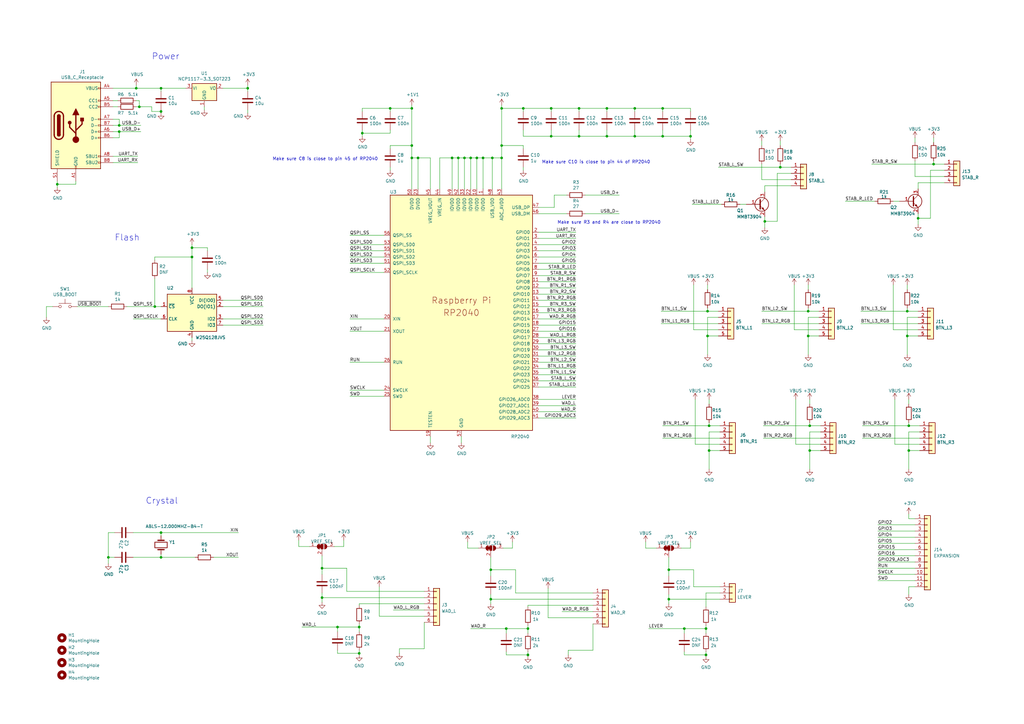
<source format=kicad_sch>
(kicad_sch (version 20211123) (generator eeschema)
  (paper "A3")
  (title_block (title "PIGEKI") (date "2023-01-29") (rev "REV1") (company "Maximus64"))
  (junction (at 289.56 257.81))
  (junction (at 66.04 228.6))
  (junction (at 160.02 44.45))
  (junction (at 48.895 51.435))
  (junction (at 290.83 184.785))
  (junction (at 132.08 233.045))
  (junction (at 382.905 67.31))
  (junction (at 289.56 268.605))
  (junction (at 320.04 68.58))
  (junction (at 248.92 44.45))
  (junction (at 207.645 257.81))
  (junction (at 331.47 127.635))
  (junction (at 132.08 245.11))
  (junction (at 248.92 55.88))
  (junction (at 372.745 184.785))
  (junction (at 216.535 257.81))
  (junction (at 78.74 105.41))
  (junction (at 216.535 268.605))
  (junction (at 185.42 64.77))
  (junction (at 63.5 125.73))
  (junction (at 78.74 101.6))
  (junction (at 48.895 53.975))
  (junction (at 66.04 45.72))
  (junction (at 226.06 44.45))
  (junction (at 237.49 55.88))
  (junction (at 205.74 59.69))
  (junction (at 332.105 184.785))
  (junction (at 313.69 90.805))
  (junction (at 274.32 245.745))
  (junction (at 260.35 44.45))
  (junction (at 226.06 55.88))
  (junction (at 290.83 174.625))
  (junction (at 187.96 64.77))
  (junction (at 101.6 36.195))
  (junction (at 290.195 127.635))
  (junction (at 138.43 257.175))
  (junction (at 147.32 257.175))
  (junction (at 237.49 44.45))
  (junction (at 376.555 89.535))
  (junction (at 198.12 64.77))
  (junction (at 283.21 55.88))
  (junction (at 372.745 174.625))
  (junction (at 23.495 75.565))
  (junction (at 331.47 137.795))
  (junction (at 168.91 59.69))
  (junction (at 147.32 267.97))
  (junction (at 205.74 64.77))
  (junction (at 66.04 36.195))
  (junction (at 168.91 64.77))
  (junction (at 193.04 64.77))
  (junction (at 57.15 43.815))
  (junction (at 66.04 218.44))
  (junction (at 372.11 137.795))
  (junction (at 205.74 44.45))
  (junction (at 55.88 36.195))
  (junction (at 168.91 44.45))
  (junction (at 260.35 55.88))
  (junction (at 271.78 55.88))
  (junction (at 214.63 44.45))
  (junction (at 201.295 233.68))
  (junction (at 195.58 64.77))
  (junction (at 201.93 64.77))
  (junction (at 372.11 127.635))
  (junction (at 274.32 233.68))
  (junction (at 148.59 54.61))
  (junction (at 201.295 245.745))
  (junction (at 171.45 64.77))
  (junction (at 190.5 64.77))
  (junction (at 271.78 44.45))
  (junction (at 280.67 257.81))
  (junction (at 290.195 137.795))
  (junction (at 332.105 174.625))
  (junction (at 44.45 228.6))
  (wire (pts (xy 205.74 44.45) (xy 205.74 59.69)))
  (wire (pts (xy 283.21 45.72) (xy 283.21 44.45)))
  (wire (pts (xy 332.105 184.785) (xy 332.105 192.405)))
  (wire (pts (xy 332.105 177.165) (xy 332.105 184.785)))
  (wire (pts (xy 360.045 215.265) (xy 375.285 215.265)))
  (wire (pts (xy 360.045 225.425) (xy 375.285 225.425)))
  (wire (pts (xy 372.745 184.785) (xy 372.745 192.405)))
  (wire (pts (xy 381.635 89.535) (xy 381.635 69.85)))
  (wire (pts (xy 66.04 45.72) (xy 66.04 46.355)))
  (wire (pts (xy 157.48 135.89) (xy 143.51 135.89)))
  (wire (pts (xy 372.11 127.635) (xy 376.555 127.635)))
  (wire (pts (xy 66.04 37.465) (xy 66.04 36.195)))
  (wire (pts (xy 237.49 44.45) (xy 248.92 44.45)))
  (wire (pts (xy 85.09 101.6) (xy 78.74 101.6)))
  (wire (pts (xy 220.98 156.21) (xy 236.22 156.21)))
  (wire (pts (xy 271.78 179.705) (xy 295.275 179.705)))
  (wire (pts (xy 123.825 257.175) (xy 138.43 257.175)))
  (wire (pts (xy 205.74 64.77) (xy 205.74 77.47)))
  (wire (pts (xy 290.83 177.165) (xy 290.83 184.785)))
  (wire (pts (xy 193.04 257.81) (xy 207.645 257.81)))
  (wire (pts (xy 190.5 64.77) (xy 193.04 64.77)))
  (wire (pts (xy 320.04 67.31) (xy 320.04 68.58)))
  (wire (pts (xy 143.51 130.81) (xy 157.48 130.81)))
  (wire (pts (xy 160.02 45.72) (xy 160.02 44.45)))
  (wire (pts (xy 176.53 77.47) (xy 176.53 64.77)))
  (wire (pts (xy 290.195 130.175) (xy 290.195 137.795)))
  (wire (pts (xy 31.115 74.295) (xy 31.115 75.565)))
  (wire (pts (xy 176.53 179.07) (xy 176.53 181.61)))
  (wire (pts (xy 367.03 182.245) (xy 377.19 182.245)))
  (wire (pts (xy 201.295 245.745) (xy 243.205 245.745)))
  (wire (pts (xy 190.5 77.47) (xy 190.5 64.77)))
  (wire (pts (xy 201.295 233.68) (xy 201.295 236.22)))
  (wire (pts (xy 220.98 168.91) (xy 236.22 168.91)))
  (wire (pts (xy 220.98 85.09) (xy 227.33 85.09)))
  (wire (pts (xy 360.045 217.805) (xy 375.285 217.805)))
  (wire (pts (xy 147.32 267.97) (xy 147.32 268.605)))
  (wire (pts (xy 227.33 80.01) (xy 232.41 80.01)))
  (wire (pts (xy 201.295 228.6) (xy 201.295 233.68)))
  (wire (pts (xy 290.83 173.355) (xy 290.83 174.625)))
  (wire (pts (xy 274.32 245.745) (xy 274.32 247.65)))
  (wire (pts (xy 168.91 44.45) (xy 168.91 59.69)))
  (wire (pts (xy 279.4 224.79) (xy 283.21 224.79)))
  (wire (pts (xy 87.63 228.6) (xy 97.79 228.6)))
  (wire (pts (xy 248.92 45.72) (xy 248.92 44.45)))
  (wire (pts (xy 155.575 252.73) (xy 173.99 252.73)))
  (wire (pts (xy 46.355 41.275) (xy 48.26 41.275)))
  (wire (pts (xy 23.495 74.295) (xy 23.495 75.565)))
  (wire (pts (xy 187.96 64.77) (xy 190.5 64.77)))
  (wire (pts (xy 290.195 126.365) (xy 290.195 127.635)))
  (wire (pts (xy 91.44 123.19) (xy 107.95 123.19)))
  (wire (pts (xy 19.05 125.73) (xy 19.05 130.175)))
  (wire (pts (xy 160.02 68.58) (xy 160.02 69.85)))
  (wire (pts (xy 91.44 36.195) (xy 101.6 36.195)))
  (wire (pts (xy 191.77 222.25) (xy 191.77 224.79)))
  (wire (pts (xy 91.44 125.73) (xy 107.95 125.73)))
  (wire (pts (xy 376.555 130.175) (xy 372.11 130.175)))
  (wire (pts (xy 207.645 257.81) (xy 216.535 257.81)))
  (wire (pts (xy 46.355 64.135) (xy 56.515 64.135)))
  (wire (pts (xy 271.78 55.88) (xy 283.21 55.88)))
  (wire (pts (xy 48.895 51.435) (xy 57.785 51.435)))
  (wire (pts (xy 326.39 163.83) (xy 326.39 182.245)))
  (wire (pts (xy 331.47 137.795) (xy 335.915 137.795)))
  (wire (pts (xy 147.32 266.7) (xy 147.32 267.97)))
  (wire (pts (xy 220.98 138.43) (xy 236.22 138.43)))
  (wire (pts (xy 57.15 41.275) (xy 57.15 43.815)))
  (wire (pts (xy 346.71 82.55) (xy 358.775 82.55)))
  (wire (pts (xy 220.98 125.73) (xy 236.22 125.73)))
  (wire (pts (xy 63.5 125.73) (xy 66.04 125.73)))
  (wire (pts (xy 138.43 257.175) (xy 147.32 257.175)))
  (wire (pts (xy 46.355 36.195) (xy 55.88 36.195)))
  (wire (pts (xy 206.375 224.79) (xy 210.185 224.79)))
  (wire (pts (xy 220.98 140.97) (xy 236.22 140.97)))
  (wire (pts (xy 160.02 54.61) (xy 160.02 53.34)))
  (wire (pts (xy 220.98 118.11) (xy 236.22 118.11)))
  (wire (pts (xy 332.105 173.355) (xy 332.105 174.625)))
  (wire (pts (xy 216.535 256.54) (xy 216.535 257.81)))
  (wire (pts (xy 85.09 110.49) (xy 85.09 111.76)))
  (wire (pts (xy 205.74 59.69) (xy 205.74 64.77)))
  (wire (pts (xy 271.145 127.635) (xy 290.195 127.635)))
  (wire (pts (xy 335.915 130.175) (xy 331.47 130.175)))
  (wire (pts (xy 180.34 64.77) (xy 185.42 64.77)))
  (wire (pts (xy 294.64 68.58) (xy 320.04 68.58)))
  (wire (pts (xy 63.5 105.41) (xy 78.74 105.41)))
  (wire (pts (xy 62.23 45.72) (xy 66.04 45.72)))
  (wire (pts (xy 274.32 233.68) (xy 274.32 236.22)))
  (wire (pts (xy 220.98 115.57) (xy 236.22 115.57)))
  (wire (pts (xy 313.69 90.805) (xy 313.69 93.345)))
  (wire (pts (xy 189.23 179.07) (xy 189.23 181.61)))
  (wire (pts (xy 284.48 135.255) (xy 294.64 135.255)))
  (wire (pts (xy 214.63 53.34) (xy 214.63 55.88)))
  (wire (pts (xy 122.555 221.615) (xy 122.555 224.155)))
  (wire (pts (xy 142.24 242.57) (xy 142.24 233.045)))
  (wire (pts (xy 248.92 53.34) (xy 248.92 55.88)))
  (wire (pts (xy 214.63 45.72) (xy 214.63 44.45)))
  (wire (pts (xy 226.06 44.45) (xy 237.49 44.45)))
  (wire (pts (xy 290.195 137.795) (xy 294.64 137.795)))
  (wire (pts (xy 214.63 44.45) (xy 226.06 44.45)))
  (wire (pts (xy 195.58 64.77) (xy 198.12 64.77)))
  (wire (pts (xy 148.59 54.61) (xy 160.02 54.61)))
  (wire (pts (xy 353.695 179.705) (xy 377.19 179.705)))
  (wire (pts (xy 157.48 96.52) (xy 143.51 96.52)))
  (wire (pts (xy 201.295 245.745) (xy 201.295 247.65)))
  (wire (pts (xy 313.69 90.805) (xy 318.77 90.805)))
  (wire (pts (xy 360.045 227.965) (xy 375.285 227.965)))
  (wire (pts (xy 366.395 82.55) (xy 368.935 82.55)))
  (wire (pts (xy 157.48 111.76) (xy 143.51 111.76)))
  (wire (pts (xy 313.69 76.2) (xy 313.69 78.74)))
  (wire (pts (xy 44.45 218.44) (xy 44.45 228.6)))
  (wire (pts (xy 157.48 160.02) (xy 143.51 160.02)))
  (wire (pts (xy 284.48 240.665) (xy 284.48 233.68)))
  (wire (pts (xy 289.56 256.54) (xy 289.56 257.81)))
  (wire (pts (xy 101.6 37.465) (xy 101.6 36.195)))
  (wire (pts (xy 320.04 57.785) (xy 320.04 59.69)))
  (wire (pts (xy 48.895 53.975) (xy 48.895 56.515)))
  (wire (pts (xy 274.32 228.6) (xy 274.32 233.68)))
  (wire (pts (xy 101.6 45.085) (xy 101.6 46.355)))
  (wire (pts (xy 220.98 95.25) (xy 236.22 95.25)))
  (wire (pts (xy 372.11 137.795) (xy 372.11 145.415)))
  (wire (pts (xy 372.11 137.795) (xy 376.555 137.795)))
  (wire (pts (xy 289.56 257.81) (xy 289.56 259.715)))
  (wire (pts (xy 216.535 268.605) (xy 216.535 269.24)))
  (wire (pts (xy 331.47 126.365) (xy 331.47 127.635)))
  (wire (pts (xy 205.74 44.45) (xy 214.63 44.45)))
  (wire (pts (xy 148.59 44.45) (xy 160.02 44.45)))
  (wire (pts (xy 240.03 80.01) (xy 254 80.01)))
  (wire (pts (xy 372.745 210.82) (xy 372.745 212.725)))
  (wire (pts (xy 357.505 67.31) (xy 382.905 67.31)))
  (wire (pts (xy 220.98 110.49) (xy 236.22 110.49)))
  (wire (pts (xy 366.395 116.84) (xy 366.395 135.255)))
  (wire (pts (xy 283.21 55.88) (xy 283.21 57.15)))
  (wire (pts (xy 132.08 245.11) (xy 132.08 247.015)))
  (wire (pts (xy 331.47 116.84) (xy 331.47 118.745)))
  (wire (pts (xy 46.355 51.435) (xy 48.895 51.435)))
  (wire (pts (xy 147.32 247.65) (xy 147.32 248.285)))
  (wire (pts (xy 138.43 267.97) (xy 138.43 266.7)))
  (wire (pts (xy 375.285 56.515) (xy 375.285 58.42)))
  (wire (pts (xy 360.045 222.885) (xy 375.285 222.885)))
  (wire (pts (xy 216.535 248.285) (xy 243.205 248.285)))
  (wire (pts (xy 233.045 266.7) (xy 233.045 268.605)))
  (wire (pts (xy 271.78 174.625) (xy 290.83 174.625)))
  (wire (pts (xy 132.08 227.965) (xy 132.08 233.045)))
  (wire (pts (xy 66.04 218.44) (xy 97.79 218.44)))
  (wire (pts (xy 220.98 133.35) (xy 236.22 133.35)))
  (wire (pts (xy 187.96 77.47) (xy 187.96 64.77)))
  (wire (pts (xy 155.575 240.665) (xy 155.575 252.73)))
  (wire (pts (xy 85.09 102.87) (xy 85.09 101.6)))
  (wire (pts (xy 224.79 241.3) (xy 224.79 253.365)))
  (wire (pts (xy 147.32 267.97) (xy 138.43 267.97)))
  (wire (pts (xy 280.67 257.81) (xy 280.67 259.715)))
  (wire (pts (xy 143.51 100.33) (xy 157.48 100.33)))
  (wire (pts (xy 284.48 116.84) (xy 284.48 135.255)))
  (wire (pts (xy 325.755 135.255) (xy 335.915 135.255)))
  (wire (pts (xy 303.53 83.82) (xy 306.07 83.82)))
  (wire (pts (xy 173.99 255.27) (xy 173.99 266.065)))
  (wire (pts (xy 312.42 67.31) (xy 312.42 73.66)))
  (wire (pts (xy 367.03 163.83) (xy 367.03 182.245)))
  (wire (pts (xy 195.58 77.47) (xy 195.58 64.77)))
  (wire (pts (xy 55.88 34.925) (xy 55.88 36.195)))
  (wire (pts (xy 54.61 218.44) (xy 66.04 218.44)))
  (wire (pts (xy 360.045 220.345) (xy 375.285 220.345)))
  (wire (pts (xy 220.98 102.87) (xy 236.22 102.87)))
  (wire (pts (xy 248.92 55.88) (xy 237.49 55.88)))
  (wire (pts (xy 220.98 113.03) (xy 236.22 113.03)))
  (wire (pts (xy 260.35 45.72) (xy 260.35 44.45)))
  (wire (pts (xy 66.04 219.71) (xy 66.04 218.44)))
  (wire (pts (xy 57.15 43.815) (xy 55.88 43.815)))
  (wire (pts (xy 148.59 54.61) (xy 148.59 55.88)))
  (wire (pts (xy 140.97 224.155) (xy 140.97 221.615)))
  (wire (pts (xy 290.83 184.785) (xy 290.83 192.405)))
  (wire (pts (xy 366.395 135.255) (xy 376.555 135.255)))
  (wire (pts (xy 332.105 184.785) (xy 336.55 184.785)))
  (wire (pts (xy 280.67 257.81) (xy 289.56 257.81)))
  (wire (pts (xy 264.795 222.25) (xy 264.795 224.79)))
  (wire (pts (xy 226.06 55.88) (xy 214.63 55.88)))
  (wire (pts (xy 193.04 64.77) (xy 195.58 64.77)))
  (wire (pts (xy 376.555 74.93) (xy 387.35 74.93)))
  (wire (pts (xy 290.83 184.785) (xy 295.275 184.785)))
  (wire (pts (xy 216.535 248.285) (xy 216.535 248.92)))
  (wire (pts (xy 274.32 245.745) (xy 295.275 245.745)))
  (wire (pts (xy 220.98 105.41) (xy 236.22 105.41)))
  (wire (pts (xy 285.115 182.245) (xy 295.275 182.245)))
  (wire (pts (xy 230.505 250.825) (xy 243.205 250.825)))
  (wire (pts (xy 289.56 268.605) (xy 280.67 268.605)))
  (wire (pts (xy 168.91 43.18) (xy 168.91 44.45)))
  (wire (pts (xy 157.48 162.56) (xy 143.51 162.56)))
  (wire (pts (xy 46.99 228.6) (xy 44.45 228.6)))
  (wire (pts (xy 48.895 48.895) (xy 48.895 51.435)))
  (wire (pts (xy 325.755 116.84) (xy 325.755 135.255)))
  (wire (pts (xy 372.11 126.365) (xy 372.11 127.635)))
  (wire (pts (xy 185.42 64.77) (xy 187.96 64.77)))
  (wire (pts (xy 78.74 101.6) (xy 78.74 105.41)))
  (wire (pts (xy 21.59 125.73) (xy 19.05 125.73)))
  (wire (pts (xy 220.98 130.81) (xy 236.22 130.81)))
  (wire (pts (xy 377.19 177.165) (xy 372.745 177.165)))
  (wire (pts (xy 210.185 224.79) (xy 210.185 222.25)))
  (wire (pts (xy 224.79 253.365) (xy 243.205 253.365)))
  (wire (pts (xy 143.51 105.41) (xy 157.48 105.41)))
  (wire (pts (xy 332.105 174.625) (xy 336.55 174.625)))
  (wire (pts (xy 353.695 174.625) (xy 372.745 174.625)))
  (wire (pts (xy 283.845 83.82) (xy 295.91 83.82)))
  (wire (pts (xy 220.98 120.65) (xy 236.22 120.65)))
  (wire (pts (xy 122.555 224.155) (xy 127 224.155)))
  (wire (pts (xy 360.045 230.505) (xy 375.285 230.505)))
  (wire (pts (xy 137.16 224.155) (xy 140.97 224.155)))
  (wire (pts (xy 214.63 60.96) (xy 214.63 59.69)))
  (wire (pts (xy 375.285 212.725) (xy 372.745 212.725)))
  (wire (pts (xy 372.745 173.355) (xy 372.745 174.625)))
  (wire (pts (xy 376.555 89.535) (xy 376.555 92.075)))
  (wire (pts (xy 237.49 45.72) (xy 237.49 44.45)))
  (wire (pts (xy 290.195 116.84) (xy 290.195 118.745)))
  (wire (pts (xy 382.905 56.515) (xy 382.905 58.42)))
  (wire (pts (xy 220.98 171.45) (xy 236.22 171.45)))
  (wire (pts (xy 220.98 87.63) (xy 232.41 87.63)))
  (wire (pts (xy 360.045 235.585) (xy 375.285 235.585)))
  (wire (pts (xy 243.205 255.905) (xy 243.205 266.7)))
  (wire (pts (xy 142.24 242.57) (xy 173.99 242.57)))
  (wire (pts (xy 382.905 67.31) (xy 387.35 67.31)))
  (wire (pts (xy 220.98 166.37) (xy 236.22 166.37)))
  (wire (pts (xy 220.98 151.13) (xy 236.22 151.13)))
  (wire (pts (xy 201.295 243.84) (xy 201.295 245.745)))
  (wire (pts (xy 289.56 243.205) (xy 289.56 248.92)))
  (wire (pts (xy 375.285 72.39) (xy 387.35 72.39)))
  (wire (pts (xy 205.74 43.18) (xy 205.74 44.45)))
  (wire (pts (xy 46.99 218.44) (xy 44.45 218.44)))
  (wire (pts (xy 313.055 174.625) (xy 332.105 174.625)))
  (wire (pts (xy 360.045 233.045) (xy 375.285 233.045)))
  (wire (pts (xy 157.48 148.59) (xy 143.51 148.59)))
  (wire (pts (xy 289.56 267.335) (xy 289.56 268.605)))
  (wire (pts (xy 48.895 53.975) (xy 57.785 53.975)))
  (wire (pts (xy 290.83 174.625) (xy 295.275 174.625)))
  (wire (pts (xy 211.455 243.205) (xy 211.455 233.68)))
  (wire (pts (xy 248.92 44.45) (xy 260.35 44.45)))
  (wire (pts (xy 147.32 247.65) (xy 173.99 247.65)))
  (wire (pts (xy 372.11 116.84) (xy 372.11 118.745)))
  (wire (pts (xy 220.98 128.27) (xy 236.22 128.27)))
  (wire (pts (xy 44.45 228.6) (xy 44.45 231.14)))
  (wire (pts (xy 312.42 132.715) (xy 335.915 132.715)))
  (wire (pts (xy 216.535 268.605) (xy 207.645 268.605)))
  (wire (pts (xy 260.35 55.88) (xy 248.92 55.88)))
  (wire (pts (xy 78.74 100.33) (xy 78.74 101.6)))
  (wire (pts (xy 294.64 130.175) (xy 290.195 130.175)))
  (wire (pts (xy 160.02 59.69) (xy 168.91 59.69)))
  (wire (pts (xy 313.69 76.2) (xy 324.485 76.2)))
  (wire (pts (xy 290.195 137.795) (xy 290.195 145.415)))
  (wire (pts (xy 160.02 60.96) (xy 160.02 59.69)))
  (wire (pts (xy 375.285 240.665) (xy 372.745 240.665)))
  (wire (pts (xy 266.065 257.81) (xy 280.67 257.81)))
  (wire (pts (xy 83.82 43.815) (xy 83.82 45.085)))
  (wire (pts (xy 147.32 255.905) (xy 147.32 257.175)))
  (wire (pts (xy 326.39 182.245) (xy 336.55 182.245)))
  (wire (pts (xy 280.67 268.605) (xy 280.67 267.335)))
  (wire (pts (xy 148.59 45.72) (xy 148.59 44.45)))
  (wire (pts (xy 216.535 257.81) (xy 216.535 259.715)))
  (wire (pts (xy 143.51 107.95) (xy 157.48 107.95)))
  (wire (pts (xy 274.32 243.84) (xy 274.32 245.745)))
  (wire (pts (xy 216.535 267.335) (xy 216.535 268.605)))
  (wire (pts (xy 173.99 266.065) (xy 163.83 266.065)))
  (wire (pts (xy 46.355 48.895) (xy 48.895 48.895)))
  (wire (pts (xy 353.06 127.635) (xy 372.11 127.635)))
  (wire (pts (xy 201.93 64.77) (xy 205.74 64.77)))
  (wire (pts (xy 198.12 64.77) (xy 198.12 77.47)))
  (wire (pts (xy 66.04 228.6) (xy 80.01 228.6)))
  (wire (pts (xy 205.74 59.69) (xy 214.63 59.69)))
  (wire (pts (xy 274.32 233.68) (xy 284.48 233.68)))
  (wire (pts (xy 295.275 240.665) (xy 284.48 240.665)))
  (wire (pts (xy 220.98 158.75) (xy 236.22 158.75)))
  (wire (pts (xy 312.42 73.66) (xy 324.485 73.66)))
  (wire (pts (xy 191.77 224.79) (xy 196.215 224.79)))
  (wire (pts (xy 382.905 66.04) (xy 382.905 67.31)))
  (wire (pts (xy 78.74 138.43) (xy 78.74 139.7)))
  (wire (pts (xy 295.275 243.205) (xy 289.56 243.205)))
  (wire (pts (xy 207.645 257.81) (xy 207.645 259.715)))
  (wire (pts (xy 227.33 80.01) (xy 227.33 85.09)))
  (wire (pts (xy 132.08 245.11) (xy 173.99 245.11)))
  (wire (pts (xy 220.98 123.19) (xy 236.22 123.19)))
  (wire (pts (xy 260.35 53.34) (xy 260.35 55.88)))
  (wire (pts (xy 220.98 143.51) (xy 236.22 143.51)))
  (wire (pts (xy 331.47 137.795) (xy 331.47 145.415)))
  (wire (pts (xy 372.745 184.785) (xy 377.19 184.785)))
  (wire (pts (xy 260.35 44.45) (xy 271.78 44.45)))
  (wire (pts (xy 160.02 44.45) (xy 168.91 44.45)))
  (wire (pts (xy 313.055 179.705) (xy 336.55 179.705)))
  (wire (pts (xy 63.5 106.68) (xy 63.5 105.41)))
  (wire (pts (xy 226.06 45.72) (xy 226.06 44.45)))
  (wire (pts (xy 44.45 125.73) (xy 31.75 125.73)))
  (wire (pts (xy 198.12 64.77) (xy 201.93 64.77)))
  (wire (pts (xy 48.895 56.515) (xy 46.355 56.515)))
  (wire (pts (xy 271.78 55.88) (xy 260.35 55.88)))
  (wire (pts (xy 240.03 87.63) (xy 254 87.63)))
  (wire (pts (xy 375.285 66.04) (xy 375.285 72.39)))
  (wire (pts (xy 66.04 45.085) (xy 66.04 45.72)))
  (wire (pts (xy 290.83 163.83) (xy 290.83 165.735)))
  (wire (pts (xy 271.78 53.34) (xy 271.78 55.88)))
  (wire (pts (xy 46.355 53.975) (xy 48.895 53.975)))
  (wire (pts (xy 147.32 257.175) (xy 147.32 259.08)))
  (wire (pts (xy 220.98 148.59) (xy 236.22 148.59)))
  (wire (pts (xy 387.35 69.85) (xy 381.635 69.85)))
  (wire (pts (xy 78.74 105.41) (xy 78.74 118.11)))
  (wire (pts (xy 201.295 233.68) (xy 211.455 233.68)))
  (wire (pts (xy 318.77 90.805) (xy 318.77 71.12)))
  (wire (pts (xy 331.47 130.175) (xy 331.47 137.795)))
  (wire (pts (xy 168.91 64.77) (xy 168.91 77.47)))
  (wire (pts (xy 55.88 36.195) (xy 66.04 36.195)))
  (wire (pts (xy 52.07 125.73) (xy 63.5 125.73)))
  (wire (pts (xy 289.56 268.605) (xy 289.56 269.24)))
  (wire (pts (xy 54.61 228.6) (xy 66.04 228.6)))
  (wire (pts (xy 220.98 107.95) (xy 236.22 107.95)))
  (wire (pts (xy 220.98 146.05) (xy 236.22 146.05)))
  (wire (pts (xy 312.42 127.635) (xy 331.47 127.635)))
  (wire (pts (xy 313.69 88.9) (xy 313.69 90.805)))
  (wire (pts (xy 283.21 224.79) (xy 283.21 222.25)))
  (wire (pts (xy 176.53 64.77) (xy 171.45 64.77)))
  (wire (pts (xy 295.275 177.165) (xy 290.83 177.165)))
  (wire (pts (xy 283.21 53.34) (xy 283.21 55.88)))
  (wire (pts (xy 54.61 130.81) (xy 66.04 130.81)))
  (wire (pts (xy 185.42 77.47) (xy 185.42 64.77)))
  (wire (pts (xy 214.63 68.58) (xy 214.63 69.85)))
  (wire (pts (xy 207.645 268.605) (xy 207.645 267.335)))
  (wire (pts (xy 163.83 266.065) (xy 163.83 267.97)))
  (wire (pts (xy 46.355 66.675) (xy 56.515 66.675)))
  (wire (pts (xy 161.29 250.19) (xy 173.99 250.19)))
  (wire (pts (xy 66.04 227.33) (xy 66.04 228.6)))
  (wire (pts (xy 76.2 36.195) (xy 66.04 36.195)))
  (wire (pts (xy 324.485 71.12) (xy 318.77 71.12)))
  (wire (pts (xy 180.34 77.47) (xy 180.34 64.77)))
  (wire (pts (xy 243.205 266.7) (xy 233.045 266.7)))
  (wire (pts (xy 372.745 163.83) (xy 372.745 165.735)))
  (wire (pts (xy 168.91 59.69) (xy 168.91 64.77)))
  (wire (pts (xy 148.59 53.34) (xy 148.59 54.61)))
  (wire (pts (xy 336.55 177.165) (xy 332.105 177.165)))
  (wire (pts (xy 31.115 75.565) (xy 23.495 75.565)))
  (wire (pts (xy 91.44 133.35) (xy 107.95 133.35)))
  (wire (pts (xy 226.06 53.34) (xy 226.06 55.88)))
  (wire (pts (xy 372.11 130.175) (xy 372.11 137.795)))
  (wire (pts (xy 376.555 87.63) (xy 376.555 89.535)))
  (wire (pts (xy 376.555 74.93) (xy 376.555 77.47)))
  (wire (pts (xy 264.795 224.79) (xy 269.24 224.79)))
  (wire (pts (xy 62.23 43.815) (xy 62.23 45.72)))
  (wire (pts (xy 285.115 163.83) (xy 285.115 182.245)))
  (wire (pts (xy 320.04 68.58) (xy 324.485 68.58)))
  (wire (pts (xy 132.08 233.045) (xy 132.08 235.585)))
  (wire (pts (xy 23.495 75.565) (xy 23.495 76.835)))
  (wire (pts (xy 220.98 97.79) (xy 236.22 97.79)))
  (wire (pts (xy 271.78 44.45) (xy 283.21 44.45)))
  (wire (pts (xy 220.98 135.89) (xy 236.22 135.89)))
  (wire (pts (xy 353.06 132.715) (xy 376.555 132.715)))
  (wire (pts (xy 201.93 77.47) (xy 201.93 64.77)))
  (wire (pts (xy 360.045 238.125) (xy 375.285 238.125)))
  (wire (pts (xy 171.45 77.47) (xy 171.45 64.77)))
  (wire (pts (xy 220.98 153.67) (xy 236.22 153.67)))
  (wire (pts (xy 193.04 77.47) (xy 193.04 64.77)))
  (wire (pts (xy 372.745 174.625) (xy 377.19 174.625)))
  (wire (pts (xy 220.98 100.33) (xy 236.22 100.33)))
  (wire (pts (xy 46.355 43.815) (xy 48.26 43.815)))
  (wire (pts (xy 290.195 127.635) (xy 294.64 127.635)))
  (wire (pts (xy 376.555 89.535) (xy 381.635 89.535)))
  (wire (pts (xy 132.08 233.045) (xy 142.24 233.045)))
  (wire (pts (xy 63.5 114.3) (xy 63.5 125.73)))
  (wire (pts (xy 372.745 240.665) (xy 372.745 243.84)))
  (wire (pts (xy 57.15 43.815) (xy 62.23 43.815)))
  (wire (pts (xy 132.08 243.205) (xy 132.08 245.11)))
  (wire (pts (xy 171.45 64.77) (xy 168.91 64.77)))
  (wire (pts (xy 237.49 53.34) (xy 237.49 55.88)))
  (wire (pts (xy 91.44 130.81) (xy 107.95 130.81)))
  (wire (pts (xy 143.51 102.87) (xy 157.48 102.87)))
  (wire (pts (xy 101.6 36.195) (xy 101.6 34.925)))
  (wire (pts (xy 138.43 257.175) (xy 138.43 259.08)))
  (wire (pts (xy 237.49 55.88) (xy 226.06 55.88)))
  (wire (pts (xy 211.455 243.205) (xy 243.205 243.205)))
  (wire (pts (xy 271.145 132.715) (xy 294.64 132.715)))
  (wire (pts (xy 312.42 57.785) (xy 312.42 59.69)))
  (wire (pts (xy 331.47 127.635) (xy 335.915 127.635)))
  (wire (pts (xy 55.88 41.275) (xy 57.15 41.275)))
  (wire (pts (xy 372.745 177.165) (xy 372.745 184.785)))
  (wire (pts (xy 220.98 163.83) (xy 236.22 163.83)))
  (wire (pts (xy 332.105 163.83) (xy 332.105 165.735)))
  (wire (pts (xy 271.78 45.72) (xy 271.78 44.45)))
  (text "Power" (at 62.23 24.765 0) (effects (font (size 2.54 2.54)) (justify left bottom)))
  (text "Flash" (at 46.99 99.06 0) (effects (font (size 2.54 2.54)) (justify left bottom)))
  (text "Make sure C10 is close to pin 44 of RP2040" (at 222.25 67.31 0) (effects (font (size 1.27 1.27)) (justify left bottom)))
  (text "Crystal" (at 59.69 207.01 0) (effects (font (size 2.54 2.54)) (justify left bottom)))
  (text "Make sure C8 is close to pin 45 of RP2040" (at 111.76 66.04 0) (effects (font (size 1.27 1.27)) (justify left bottom)))
  (text "Make sure R3 and R4 are close to RP2040" (at 228.6 92.075 0) (effects (font (size 1.27 1.27)) (justify left bottom)))
  (label "WAD_L_RGB" (at 161.29 250.19 0))
  (label "GPIO5" (at 360.045 222.885 0))
  (label "GPIO3" (at 360.045 217.805 0))
  (label "QSPI_SD1" (at 143.51 102.87 0))
  (label "XOUT" (at 143.51 135.89 0))
  (label "GPIO4" (at 360.045 220.345 0))
  (label "STAB_L_SW" (at 236.22 156.21 180))
  (label "STAB_R_SW" (at 357.505 67.31 0))
  (label "QSPI_SCLK" (at 54.61 130.81 0))
  (label "QSPI_SD2" (at 107.95 130.81 180))
  (label "QSPI_SS" (at 143.51 96.52 0))
  (label "BTN_R3_RGB" (at 236.22 128.27 180))
  (label "BTN_L1_SW" (at 271.145 127.635 0))
  (label "STAB_R_LED" (at 236.22 110.49 180))
  (label "GPIO3" (at 236.22 102.87 180))
  (label "LEVER" (at 266.065 257.81 0))
  (label "GPIO15" (at 236.22 133.35 180))
  (label "BTN_L1_SW" (at 236.22 153.67 180))
  (label "GPIO2" (at 236.22 100.33 180))
  (label "BTN_R3_SW" (at 236.22 125.73 180))
  (label "SWD" (at 360.045 238.125 0))
  (label "USB_D+" (at 254 80.01 180))
  (label "WAD_L" (at 123.825 257.175 0))
  (label "USB_D-" (at 57.785 51.435 180))
  (label "GPIO29_ADC3" (at 360.045 230.505 0))
  (label "GPIO16" (at 360.045 227.965 0))
  (label "BTN_R2_RGB" (at 313.055 179.705 0))
  (label "STAB_L_LED" (at 236.22 158.75 180))
  (label "QSPI_SD3" (at 107.95 133.35 180))
  (label "GPIO4" (at 236.22 105.41 180))
  (label "XOUT" (at 97.79 228.6 180))
  (label "XIN" (at 143.51 130.81 0))
  (label "BTN_R1_RGB" (at 236.22 115.57 180))
  (label "BTN_L1_RGB" (at 271.145 132.715 0))
  (label "QSPI_SD3" (at 143.51 107.95 0))
  (label "STAB_R_SW" (at 236.22 113.03 180))
  (label "UART_TX" (at 56.515 64.135 180))
  (label "BTN_L2_SW" (at 236.22 148.59 180))
  (label "BTN_L1_RGB" (at 236.22 151.13 180))
  (label "GPIO16" (at 236.22 135.89 180))
  (label "USB_D+" (at 57.785 53.975 180))
  (label "QSPI_SD0" (at 143.51 100.33 0))
  (label "BTN_R2_SW" (at 236.22 120.65 180))
  (label "LEVER" (at 236.22 163.83 180))
  (label "GPIO5" (at 236.22 107.95 180))
  (label "WAD_R_RGB" (at 230.505 250.825 0))
  (label "GPIO29_ADC3" (at 236.22 171.45 180))
  (label "STAB_L_SW" (at 294.64 68.58 0))
  (label "BTN_R2_RGB" (at 236.22 123.19 180))
  (label "~{USB_BOOT}" (at 31.75 125.73 0))
  (label "SWCLK" (at 360.045 235.585 0))
  (label "WAD_R_RGB" (at 236.22 130.81 180))
  (label "RUN" (at 360.045 233.045 0))
  (label "BTN_R1_SW" (at 236.22 118.11 180))
  (label "XIN" (at 97.79 218.44 180))
  (label "BTN_L2_RGB" (at 236.22 146.05 180))
  (label "QSPI_SD2" (at 143.51 105.41 0))
  (label "BTN_L3_RGB" (at 236.22 140.97 180))
  (label "BTN_L2_SW" (at 312.42 127.635 0))
  (label "BTN_L3_SW" (at 353.06 127.635 0))
  (label "BTN_L2_RGB" (at 312.42 132.715 0))
  (label "UART_RX" (at 56.515 66.675 180))
  (label "BTN_R2_SW" (at 313.055 174.625 0))
  (label "WAD_R" (at 236.22 168.91 180))
  (label "GPIO2" (at 360.045 215.265 0))
  (label "BTN_L3_SW" (at 236.22 143.51 180))
  (label "UART_RX" (at 236.22 97.79 180))
  (label "QSPI_SD1" (at 107.95 125.73 180))
  (label "QSPI_SCLK" (at 143.51 111.76 0))
  (label "SWD" (at 143.51 162.56 0))
  (label "QSPI_SS" (at 54.61 125.73 0))
  (label "GPIO15" (at 360.045 225.425 0))
  (label "BTN_R1_SW" (at 271.78 174.625 0))
  (label "BTN_R1_RGB" (at 271.78 179.705 0))
  (label "BTN_L3_RGB" (at 353.06 132.715 0))
  (label "STAB_R_LED" (at 346.71 82.55 0))
  (label "USB_D-" (at 254 87.63 180))
  (label "BTN_R3_RGB" (at 353.695 179.705 0))
  (label "WAD_L_RGB" (at 236.22 138.43 180))
  (label "STAB_L_LED" (at 283.845 83.82 0))
  (label "BTN_R3_SW" (at 353.695 174.625 0))
  (label "QSPI_SD0" (at 107.95 123.19 180))
  (label "UART_TX" (at 236.22 95.25 180))
  (label "RUN" (at 143.51 148.59 0))
  (label "SWCLK" (at 143.51 160.02 0))
  (label "WAD_L" (at 236.22 166.37 180))
  (label "WAD_R" (at 193.04 257.81 0))
  (symbol (lib_id "MCU_RaspberryPi_RP2040:RP2040") (at 189.23 128.27 0) (unit 1)
    (property "Reference" "U3" (at 161.29 78.74 0))
    (property "Value" "RP2040" (at 213.36 179.07 0))
    (property "Footprint" "RP2040_minimal:RP2040-QFN-56" (effects hide))
  )
  (symbol (lib_id "Device:C") (at 50.8 218.44 270) (unit 1)
    (property "Reference" "C2" (at 51.9684 221.361 0) (effects (justify left)))
    (property "Value" "27p" (at 49.657 221.361 0) (effects (justify left)))
    (property "Footprint" "Capacitor_SMD:C_0402_1005Metric" (effects hide))
  )
  (symbol (lib_id "Device:C") (at 50.8 228.6 270) (unit 1)
    (property "Reference" "C3" (at 51.9684 231.521 0) (effects (justify left)))
    (property "Value" "27p" (at 49.657 231.521 0) (effects (justify left)))
    (property "Footprint" "Capacitor_SMD:C_0402_1005Metric" (effects hide))
  )
  (symbol (lib_id "power:GND") (at 44.45 231.14 0) (unit 1)
    (property "Reference" "#PWR06" (effects hide))
    (property "Value" "GND" (at 44.577 235.5342 0))
  )
  (symbol (lib_id "Memory_Flash:W25Q128JVS") (at 78.74 128.27 0) (unit 1)
    (property "Reference" "U2" (at 69.85 118.11 0))
    (property "Value" "W25Q128JVS" (at 86.36 138.43 0))
    (property "Footprint" "Package_SO:SOIC-8_5.23x5.23mm_P1.27mm" (effects hide))
    (property "Datasheet" "http://www.winbond.com/resource-files/w25q128jv_dtr%20revc%2003272018%20plus.pdf" (effects hide))
  )
  (symbol (lib_id "power:+3V3") (at 78.74 100.33 0) (unit 1)
    (property "Reference" "#PWR07" (effects hide))
    (property "Value" "+3V3" (at 79.121 95.9358 0))
  )
  (symbol (lib_id "power:GND") (at 78.74 139.7 0) (unit 1)
    (property "Reference" "#PWR08" (effects hide))
    (property "Value" "GND" (at 74.93 140.97 0))
  )
  (symbol (lib_id "Device:R") (at 63.5 110.49 0) (unit 1)
    (property "Reference" "R2" (at 65.278 109.3216 0) (effects (justify left)))
    (property "Value" "DNF" (at 65.278 111.633 0) (effects (justify left)))
    (property "Footprint" "Capacitor_SMD:C_0402_1005Metric" (effects hide))
  )
  (symbol (lib_id "Device:R") (at 48.26 125.73 270) (unit 1)
    (property "Reference" "R1" (at 48.26 120.4722 90))
    (property "Value" "1k" (at 48.26 122.7836 90))
    (property "Footprint" "Capacitor_SMD:C_0402_1005Metric" (effects hide))
  )
  (symbol (lib_id "Device:C") (at 85.09 106.68 0) (unit 1)
    (property "Reference" "C5" (at 88.011 105.5116 0) (effects (justify left)))
    (property "Value" "100n" (at 88.011 107.823 0) (effects (justify left)))
    (property "Footprint" "Capacitor_SMD:C_0402_1005Metric" (effects hide))
  )
  (symbol (lib_id "power:GND") (at 85.09 111.76 0) (unit 1)
    (property "Reference" "#PWR011" (effects hide))
    (property "Value" "GND" (at 88.9 113.03 0))
  )
  (symbol (lib_id "power:GND") (at 189.23 181.61 0) (unit 1)
    (property "Reference" "#PWR016" (effects hide))
    (property "Value" "GND" (at 189.357 186.0042 0))
  )
  (symbol (lib_id "power:GND") (at 176.53 181.61 0) (unit 1)
    (property "Reference" "#PWR015" (effects hide))
    (property "Value" "GND" (at 176.657 186.0042 0))
  )
  (symbol (lib_id "Device:R") (at 236.22 80.01 270) (unit 1)
    (property "Reference" "R3" (at 236.22 74.7522 90))
    (property "Value" "27" (at 236.22 77.0636 90))
    (property "Footprint" "Capacitor_SMD:C_0402_1005Metric" (effects hide))
  )
  (symbol (lib_id "Device:R") (at 236.22 87.63 270) (unit 1)
    (property "Reference" "R4" (at 236.22 82.3722 90))
    (property "Value" "27" (at 236.22 84.6836 90))
    (property "Footprint" "Capacitor_SMD:C_0402_1005Metric" (effects hide))
  )
  (symbol (lib_id "power:GND") (at 23.495 76.835 0) (unit 1)
    (property "Reference" "#PWR01" (effects hide))
    (property "Value" "GND" (at 23.622 81.2292 0))
  )
  (symbol (lib_id "power:+3V3") (at 205.74 43.18 0) (unit 1)
    (property "Reference" "#PWR017" (effects hide))
    (property "Value" "+3V3" (at 206.121 38.7858 0))
  )
  (symbol (lib_id "power:+1V1") (at 168.91 43.18 0) (unit 1)
    (property "Reference" "#PWR014" (effects hide))
    (property "Value" "+1V1" (at 169.291 38.7858 0))
  )
  (symbol (lib_id "Device:C") (at 214.63 49.53 0) (unit 1)
    (property "Reference" "C9" (at 217.551 48.3616 0) (effects (justify left)))
    (property "Value" "100n" (at 217.551 50.673 0) (effects (justify left)))
    (property "Footprint" "Capacitor_SMD:C_0402_1005Metric" (effects hide))
  )
  (symbol (lib_id "Device:C") (at 226.06 49.53 0) (unit 1)
    (property "Reference" "C11" (at 228.981 48.3616 0) (effects (justify left)))
    (property "Value" "100n" (at 228.981 50.673 0) (effects (justify left)))
    (property "Footprint" "Capacitor_SMD:C_0402_1005Metric" (effects hide))
  )
  (symbol (lib_id "Device:C") (at 237.49 49.53 0) (unit 1)
    (property "Reference" "C12" (at 240.411 48.3616 0) (effects (justify left)))
    (property "Value" "100n" (at 240.411 50.673 0) (effects (justify left)))
    (property "Footprint" "Capacitor_SMD:C_0402_1005Metric" (effects hide))
  )
  (symbol (lib_id "Device:C") (at 248.92 49.53 0) (unit 1)
    (property "Reference" "C13" (at 251.841 48.3616 0) (effects (justify left)))
    (property "Value" "100n" (at 251.841 50.673 0) (effects (justify left)))
    (property "Footprint" "Capacitor_SMD:C_0402_1005Metric" (effects hide))
  )
  (symbol (lib_id "Device:C") (at 260.35 49.53 0) (unit 1)
    (property "Reference" "C14" (at 263.271 48.3616 0) (effects (justify left)))
    (property "Value" "100n" (at 263.271 50.673 0) (effects (justify left)))
    (property "Footprint" "Capacitor_SMD:C_0402_1005Metric" (effects hide))
  )
  (symbol (lib_id "Device:C") (at 271.78 49.53 0) (unit 1)
    (property "Reference" "C15" (at 274.701 48.3616 0) (effects (justify left)))
    (property "Value" "100n" (at 274.701 50.673 0) (effects (justify left)))
    (property "Footprint" "Capacitor_SMD:C_0402_1005Metric" (effects hide))
  )
  (symbol (lib_id "Device:C") (at 283.21 49.53 0) (unit 1)
    (property "Reference" "C16" (at 286.131 48.3616 0) (effects (justify left)))
    (property "Value" "100n" (at 286.131 50.673 0) (effects (justify left)))
    (property "Footprint" "Capacitor_SMD:C_0402_1005Metric" (effects hide))
  )
  (symbol (lib_id "Device:C") (at 148.59 49.53 0) (unit 1)
    (property "Reference" "C6" (at 151.511 48.3616 0) (effects (justify left)))
    (property "Value" "100n" (at 151.511 50.673 0) (effects (justify left)))
    (property "Footprint" "Capacitor_SMD:C_0402_1005Metric" (effects hide))
  )
  (symbol (lib_id "Device:C") (at 160.02 49.53 0) (unit 1)
    (property "Reference" "C7" (at 162.941 48.3616 0) (effects (justify left)))
    (property "Value" "100n" (at 162.941 50.673 0) (effects (justify left)))
    (property "Footprint" "Capacitor_SMD:C_0402_1005Metric" (effects hide))
  )
  (symbol (lib_id "Device:C") (at 160.02 64.77 0) (unit 1)
    (property "Reference" "C8" (at 162.941 63.6016 0) (effects (justify left)))
    (property "Value" "1u" (at 162.941 65.913 0) (effects (justify left)))
    (property "Footprint" "Capacitor_SMD:C_0402_1005Metric" (effects hide))
  )
  (symbol (lib_id "Device:C") (at 214.63 64.77 0) (unit 1)
    (property "Reference" "C10" (at 217.551 63.6016 0) (effects (justify left)))
    (property "Value" "1u" (at 217.551 65.913 0) (effects (justify left)))
    (property "Footprint" "Capacitor_SMD:C_0402_1005Metric" (effects hide))
  )
  (symbol (lib_id "Mechanical:MountingHole") (at 25.4 261.62 0) (unit 1)
    (property "Reference" "H1" (at 27.94 260.4516 0) (effects (justify left)))
    (property "Value" "MountingHole" (at 27.94 262.763 0) (effects (justify left)))
    (property "Footprint" "MountingHole:MountingHole_2.7mm_M2.5" (effects hide))
  )
  (symbol (lib_id "Mechanical:MountingHole") (at 25.4 266.7 0) (unit 1)
    (property "Reference" "H2" (at 27.94 265.5316 0) (effects (justify left)))
    (property "Value" "MountingHole" (at 27.94 267.843 0) (effects (justify left)))
    (property "Footprint" "MountingHole:MountingHole_2.7mm_M2.5" (effects hide))
  )
  (symbol (lib_id "Mechanical:MountingHole") (at 25.4 271.78 0) (unit 1)
    (property "Reference" "H3" (at 27.94 270.6116 0) (effects (justify left)))
    (property "Value" "MountingHole" (at 27.94 272.923 0) (effects (justify left)))
    (property "Footprint" "MountingHole:MountingHole_2.7mm_M2.5" (effects hide))
  )
  (symbol (lib_id "Mechanical:MountingHole") (at 25.4 276.86 0) (unit 1)
    (property "Reference" "H4" (at 27.94 275.6916 0) (effects (justify left)))
    (property "Value" "MountingHole" (at 27.94 278.003 0) (effects (justify left)))
    (property "Footprint" "MountingHole:MountingHole_2.7mm_M2.5" (effects hide))
  )
  (symbol (lib_id "power:GND") (at 283.21 57.15 0) (unit 1)
    (property "Reference" "#PWR023" (effects hide))
    (property "Value" "GND" (at 283.337 61.5442 0))
  )
  (symbol (lib_id "power:GND") (at 148.59 55.88 0) (unit 1)
    (property "Reference" "#PWR012" (effects hide))
    (property "Value" "GND" (at 148.717 60.2742 0))
  )
  (symbol (lib_id "power:GND") (at 160.02 69.85 0) (unit 1)
    (property "Reference" "#PWR013" (effects hide))
    (property "Value" "GND" (at 160.147 74.2442 0))
  )
  (symbol (lib_id "power:GND") (at 214.63 69.85 0) (unit 1)
    (property "Reference" "#PWR018" (effects hide))
    (property "Value" "GND" (at 214.757 74.2442 0))
  )
  (symbol (lib_id "Regulator_Linear:NCP1117-3.3_SOT223") (at 83.82 36.195 0) (unit 1)
    (property "Reference" "U1" (at 83.82 30.0482 0))
    (property "Value" "NCP1117-3.3_SOT223" (at 83.82 32.3596 0))
    (property "Footprint" "Package_TO_SOT_SMD:SOT-223-3_TabPin2" (effects hide))
    (property "Datasheet" "http://www.onsemi.com/pub_link/Collateral/NCP1117-D.PDF" (effects hide))
  )
  (symbol (lib_id "power:VBUS") (at 55.88 34.925 0) (unit 1)
    (property "Reference" "#PWR03" (effects hide))
    (property "Value" "VBUS" (at 56.261 30.5308 0))
  )
  (symbol (lib_id "power:GND") (at 83.82 45.085 0) (unit 1)
    (property "Reference" "#PWR05" (effects hide))
    (property "Value" "GND" (at 80.01 46.355 0))
  )
  (symbol (lib_id "power:+3V3") (at 101.6 34.925 0) (unit 1)
    (property "Reference" "#PWR09" (effects hide))
    (property "Value" "+3V3" (at 101.981 30.5308 0))
  )
  (symbol (lib_id "Device:C") (at 66.04 41.275 0) (unit 1)
    (property "Reference" "C1" (at 68.961 40.1066 0) (effects (justify left)))
    (property "Value" "10u" (at 68.961 42.418 0) (effects (justify left)))
    (property "Footprint" "Capacitor_SMD:C_0805_2012Metric" (effects hide))
  )
  (symbol (lib_id "Device:C") (at 101.6 41.275 0) (unit 1)
    (property "Reference" "C4" (at 104.521 40.1066 0) (effects (justify left)))
    (property "Value" "10u" (at 104.521 42.418 0) (effects (justify left)))
    (property "Footprint" "Capacitor_SMD:C_0805_2012Metric" (effects hide))
  )
  (symbol (lib_id "power:GND") (at 66.04 46.355 0) (unit 1)
    (property "Reference" "#PWR04" (effects hide))
    (property "Value" "GND" (at 62.23 47.625 0))
  )
  (symbol (lib_id "power:GND") (at 101.6 46.355 0) (unit 1)
    (property "Reference" "#PWR010" (effects hide))
    (property "Value" "GND" (at 97.79 47.625 0))
  )
  (symbol (lib_id "Device:R") (at 83.82 228.6 270) (unit 1)
    (property "Reference" "R5" (at 83.82 223.3422 90))
    (property "Value" "1k" (at 83.82 225.6536 90))
    (property "Footprint" "Capacitor_SMD:C_0402_1005Metric" (effects hide))
  )
  (symbol (lib_id "Device:Crystal") (at 66.04 223.52 270) (unit 1)
    (property "Reference" "Y1" (at 69.3674 222.3516 90) (effects (justify left)))
    (property "Value" "ABLS-12.000MHZ-B4-T" (at 59.69 215.9 90) (effects (justify left)))
    (property "Footprint" "RP2040_minimal:Crystal_SMD_HC49-US" (effects hide))
  )
  (symbol (lib_id "power:GND") (at 19.05 130.175 0) (unit 1)
    (property "Reference" "#PWR02" (effects hide))
    (property "Value" "GND" (at 19.177 134.5692 0))
  )
  (symbol (lib_id "Transistor_BJT:MMBT3904") (at 374.015 82.55 0) (unit 1)
    (property "Reference" "Q2" (at 365.125 85.09 0) (effects (justify left)))
    (property "Value" "MMBT3904" (at 365.125 87.63 0) (effects (justify left)))
    (property "Footprint" "Package_TO_SOT_SMD:SOT-23" (effects hide))
    (property "Datasheet" "https://www.onsemi.com/pub/Collateral/2N3903-D.PDF" (effects hide))
  )
  (symbol (lib_id "power:GND") (at 216.535 269.24 0) (unit 1)
    (property "Reference" "#PWR029" (effects hide))
    (property "Value" "GND" (at 216.535 273.6834 0))
  )
  (symbol (lib_id "Device:R") (at 382.905 62.23 0) (unit 1)
    (property "Reference" "R25" (at 386.08 60.96 0))
    (property "Value" "10k" (at 386.08 63.5 0))
    (property "Footprint" "Capacitor_SMD:C_0402_1005Metric" (effects hide))
  )
  (symbol (lib_id "power:+3V3") (at 140.97 221.615 0) (unit 1)
    (property "Reference" "#PWR021" (effects hide))
    (property "Value" "+3V3" (at 140.97 218.0392 0))
  )
  (symbol (lib_id "power:GND") (at 132.08 247.015 0) (unit 1)
    (property "Reference" "#PWR020" (effects hide))
    (property "Value" "GND" (at 132.08 251.4584 0))
  )
  (symbol (lib_id "power:+3V3") (at 372.745 163.83 0) (unit 1)
    (property "Reference" "#PWR055" (effects hide))
    (property "Value" "+3V3" (at 372.745 160.2542 0))
  )
  (symbol (lib_id "power:VBUS") (at 312.42 57.785 0) (unit 1)
    (property "Reference" "#PWR042" (effects hide))
    (property "Value" "VBUS" (at 312.42 54.2092 0))
  )
  (symbol (lib_id "Device:R") (at 372.745 169.545 0) (unit 1)
    (property "Reference" "R23" (at 375.92 168.275 0))
    (property "Value" "10k" (at 375.92 170.815 0))
    (property "Footprint" "Capacitor_SMD:C_0402_1005Metric" (effects hide))
  )
  (symbol (lib_id "Connector_Generic:Conn_01x04") (at 329.565 71.12 0) (unit 1)
    (property "Reference" "J8" (at 331.597 71.5553 0) (effects (justify left)))
    (property "Value" "STAB_L" (at 331.597 74.0922 0) (effects (justify left)))
    (property "Footprint" "Connector_JST:JST_XH_B4B-XH-A_1x04_P2.50mm_Vertical" (effects hide))
  )
  (symbol (lib_id "power:GND") (at 147.32 268.605 0) (unit 1)
    (property "Reference" "#PWR022" (effects hide))
    (property "Value" "GND" (at 147.32 273.0484 0))
  )
  (symbol (lib_id "Connector_Generic:Conn_01x05") (at 381.635 132.715 0) (unit 1)
    (property "Reference" "J11" (at 383.667 131.8803 0) (effects (justify left)))
    (property "Value" "BTN_L3" (at 383.667 134.4172 0) (effects (justify left)))
    (property "Footprint" "Connector_JST:JST_XH_B5B-XH-A_1x05_P2.50mm_Vertical" (effects hide))
  )
  (symbol (lib_id "Device:C") (at 280.67 263.525 0) (unit 1)
    (property "Reference" "C24" (at 283.591 262.3566 0) (effects (justify left)))
    (property "Value" "DNF" (at 283.591 264.668 0) (effects (justify left)))
    (property "Footprint" "Capacitor_SMD:C_0402_1005Metric" (effects hide))
  )
  (symbol (lib_id "Connector_Generic:Conn_01x05") (at 341.63 179.705 0) (unit 1)
    (property "Reference" "J10" (at 343.662 178.8703 0) (effects (justify left)))
    (property "Value" "BTN_R2" (at 343.662 181.4072 0) (effects (justify left)))
    (property "Footprint" "Connector_JST:JST_XH_B5B-XH-A_1x05_P2.50mm_Vertical" (effects hide))
  )
  (symbol (lib_id "Device:R") (at 52.07 43.815 90) (unit 1)
    (property "Reference" "R7" (at 49.53 46.355 90))
    (property "Value" "5.1k" (at 54.61 46.355 90))
    (property "Footprint" "Resistor_SMD:R_0402_1005Metric" (effects hide))
    (property "Package" "0402" (effects hide))
  )
  (symbol (lib_id "power:GND") (at 233.045 268.605 0) (unit 1)
    (property "Reference" "#PWR031" (effects hide))
    (property "Value" "GND" (at 233.045 273.0484 0))
  )
  (symbol (lib_id "power:VBUS") (at 122.555 221.615 0) (unit 1)
    (property "Reference" "#PWR019" (effects hide))
    (property "Value" "VBUS" (at 122.555 218.0392 0))
  )
  (symbol (lib_id "power:GND") (at 289.56 269.24 0) (unit 1)
    (property "Reference" "#PWR037" (effects hide))
    (property "Value" "GND" (at 289.56 273.6834 0))
  )
  (symbol (lib_id "power:VBUS") (at 284.48 116.84 0) (unit 1)
    (property "Reference" "#PWR035" (effects hide))
    (property "Value" "VBUS" (at 284.48 113.2642 0))
  )
  (symbol (lib_id "power:VBUS") (at 264.795 222.25 0) (unit 1)
    (property "Reference" "#PWR032" (effects hide))
    (property "Value" "VBUS" (at 264.795 218.6742 0))
  )
  (symbol (lib_id "Device:R") (at 290.83 169.545 0) (unit 1)
    (property "Reference" "R15" (at 294.005 168.275 0))
    (property "Value" "10k" (at 294.005 170.815 0))
    (property "Footprint" "Capacitor_SMD:C_0402_1005Metric" (effects hide))
  )
  (symbol (lib_id "Jumper:SolderJumper_3_Bridged12") (at 132.08 224.155 0) (unit 1)
    (property "Reference" "JP1" (at 132.08 219.5662 0))
    (property "Value" "VREF_SEL" (at 132.08 222.1031 0))
    (property "Footprint" "Jumper:SolderJumper-3_P1.3mm_Bridged12_RoundedPad1.0x1.5mm_NumberLabels" (effects hide))
  )
  (symbol (lib_id "power:GND") (at 372.11 145.415 0) (unit 1)
    (property "Reference" "#PWR054" (effects hide))
    (property "Value" "GND" (at 372.11 149.8584 0))
  )
  (symbol (lib_id "Device:C") (at 274.32 240.03 0) (unit 1)
    (property "Reference" "C23" (at 277.241 238.8616 0) (effects (justify left)))
    (property "Value" "100nF" (at 277.241 241.173 0) (effects (justify left)))
    (property "Footprint" "Capacitor_SMD:C_0402_1005Metric" (effects hide))
  )
  (symbol (lib_id "Device:R") (at 362.585 82.55 90) (unit 1)
    (property "Reference" "R21" (at 362.585 78.74 90))
    (property "Value" "1k" (at 362.585 80.645 90))
    (property "Footprint" "Capacitor_SMD:C_0402_1005Metric" (effects hide))
  )
  (symbol (lib_id "Device:C") (at 138.43 262.89 0) (unit 1)
    (property "Reference" "C18" (at 141.351 261.7216 0) (effects (justify left)))
    (property "Value" "DNF" (at 141.351 264.033 0) (effects (justify left)))
    (property "Footprint" "Capacitor_SMD:C_0402_1005Metric" (effects hide))
  )
  (symbol (lib_id "power:+3V3") (at 290.83 163.83 0) (unit 1)
    (property "Reference" "#PWR040" (effects hide))
    (property "Value" "+3V3" (at 290.83 160.2542 0))
  )
  (symbol (lib_id "Device:R") (at 375.285 62.23 0) (unit 1)
    (property "Reference" "R24" (at 378.46 60.96 0))
    (property "Value" "150" (at 378.46 63.5 0))
    (property "Footprint" "Capacitor_SMD:C_0402_1005Metric" (effects hide))
  )
  (symbol (lib_id "power:VBUS") (at 224.79 241.3 0) (unit 1)
    (property "Reference" "#PWR030" (effects hide))
    (property "Value" "VBUS" (at 224.79 237.7242 0))
  )
  (symbol (lib_id "Connector_Generic:Conn_01x03") (at 300.355 243.205 0) (unit 1)
    (property "Reference" "J7" (at 302.387 242.3703 0) (effects (justify left)))
    (property "Value" "LEVER" (at 302.387 244.9072 0) (effects (justify left)))
    (property "Footprint" "Connector_JST:JST_XH_B3B-XH-A_1x03_P2.50mm_Vertical" (effects hide))
  )
  (symbol (lib_id "power:VBUS") (at 191.77 222.25 0) (unit 1)
    (property "Reference" "#PWR026" (effects hide))
    (property "Value" "VBUS" (at 191.77 218.6742 0))
  )
  (symbol (lib_id "Connector_Generic:Conn_01x05") (at 300.355 179.705 0) (unit 1)
    (property "Reference" "J6" (at 303.53 178.4349 0) (effects (justify left)))
    (property "Value" "BTN_R1" (at 303.53 180.9749 0) (effects (justify left)))
    (property "Footprint" "Connector_JST:JST_XH_B5B-XH-A_1x05_P2.50mm_Vertical" (effects hide))
  )
  (symbol (lib_id "power:+3V3") (at 210.185 222.25 0) (unit 1)
    (property "Reference" "#PWR028" (effects hide))
    (property "Value" "+3V3" (at 210.185 218.6742 0))
  )
  (symbol (lib_id "Device:R") (at 372.11 122.555 0) (unit 1)
    (property "Reference" "R22" (at 375.285 121.285 0))
    (property "Value" "10k" (at 375.285 123.825 0))
    (property "Footprint" "Capacitor_SMD:C_0402_1005Metric" (effects hide))
  )
  (symbol (lib_id "power:+3V3") (at 331.47 116.84 0) (unit 1)
    (property "Reference" "#PWR047" (effects hide))
    (property "Value" "+3V3" (at 331.47 113.2642 0))
  )
  (symbol (lib_id "Device:R") (at 331.47 122.555 0) (unit 1)
    (property "Reference" "R19" (at 334.645 121.285 0))
    (property "Value" "10k" (at 334.645 123.825 0))
    (property "Footprint" "Capacitor_SMD:C_0402_1005Metric" (effects hide))
  )
  (symbol (lib_id "Connector_Generic:Conn_01x04") (at 392.43 69.85 0) (unit 1)
    (property "Reference" "J13" (at 394.462 70.2853 0) (effects (justify left)))
    (property "Value" "STAB_R" (at 394.462 72.8222 0) (effects (justify left)))
    (property "Footprint" "Connector_JST:JST_XH_B4B-XH-A_1x04_P2.50mm_Vertical" (effects hide))
  )
  (symbol (lib_id "power:VBUS") (at 367.03 163.83 0) (unit 1)
    (property "Reference" "#PWR052" (effects hide))
    (property "Value" "VBUS" (at 367.03 160.2542 0))
  )
  (symbol (lib_id "power:GND") (at 372.745 243.84 0) (unit 1)
    (property "Reference" "#PWR0102" (effects hide))
    (property "Value" "GND" (at 372.872 248.2342 0))
  )
  (symbol (lib_id "power:GND") (at 290.195 145.415 0) (unit 1)
    (property "Reference" "#PWR039" (effects hide))
    (property "Value" "GND" (at 290.195 149.8584 0))
  )
  (symbol (lib_id "power:GND") (at 331.47 145.415 0) (unit 1)
    (property "Reference" "#PWR048" (effects hide))
    (property "Value" "GND" (at 331.47 149.8584 0))
  )
  (symbol (lib_id "power:GND") (at 372.745 192.405 0) (unit 1)
    (property "Reference" "#PWR056" (effects hide))
    (property "Value" "GND" (at 372.745 196.8484 0))
  )
  (symbol (lib_id "Device:C") (at 132.08 239.395 0) (unit 1)
    (property "Reference" "C17" (at 135.001 238.2266 0) (effects (justify left)))
    (property "Value" "100nF" (at 135.001 240.538 0) (effects (justify left)))
    (property "Footprint" "Capacitor_SMD:C_0402_1005Metric" (effects hide))
  )
  (symbol (lib_id "Device:R") (at 332.105 169.545 0) (unit 1)
    (property "Reference" "R20" (at 335.28 168.275 0))
    (property "Value" "10k" (at 335.28 170.815 0))
    (property "Footprint" "Capacitor_SMD:C_0402_1005Metric" (effects hide))
  )
  (symbol (lib_id "power:+3V3") (at 283.21 222.25 0) (unit 1)
    (property "Reference" "#PWR034" (effects hide))
    (property "Value" "+3V3" (at 283.21 218.6742 0))
  )
  (symbol (lib_id "Device:R") (at 299.72 83.82 90) (unit 1)
    (property "Reference" "R16" (at 299.72 80.01 90))
    (property "Value" "1k" (at 299.72 81.915 90))
    (property "Footprint" "Capacitor_SMD:C_0402_1005Metric" (effects hide))
  )
  (symbol (lib_id "power:GND") (at 313.69 93.345 0) (unit 1)
    (property "Reference" "#PWR043" (effects hide))
    (property "Value" "GND" (at 313.69 97.7884 0))
  )
  (symbol (lib_id "Device:R") (at 290.195 122.555 0) (unit 1)
    (property "Reference" "R14" (at 293.37 121.285 0))
    (property "Value" "10k" (at 293.37 123.825 0))
    (property "Footprint" "Capacitor_SMD:C_0402_1005Metric" (effects hide))
  )
  (symbol (lib_id "power:GND") (at 163.83 267.97 0) (unit 1)
    (property "Reference" "#PWR025" (effects hide))
    (property "Value" "GND" (at 163.83 272.4134 0))
  )
  (symbol (lib_id "power:+3V3") (at 372.745 210.82 0) (unit 1)
    (property "Reference" "#PWR0101" (effects hide))
    (property "Value" "+3V3" (at 373.126 206.4258 0))
  )
  (symbol (lib_id "power:+3V3") (at 320.04 57.785 0) (unit 1)
    (property "Reference" "#PWR044" (effects hide))
    (property "Value" "+3V3" (at 320.04 54.2092 0))
  )
  (symbol (lib_id "Device:R") (at 216.535 252.73 0) (unit 1)
    (property "Reference" "R10" (at 219.71 251.46 0))
    (property "Value" "1k" (at 219.71 254 0))
    (property "Footprint" "Capacitor_SMD:C_0402_1005Metric" (effects hide))
  )
  (symbol (lib_id "power:VBUS") (at 366.395 116.84 0) (unit 1)
    (property "Reference" "#PWR051" (effects hide))
    (property "Value" "VBUS" (at 366.395 113.2642 0))
  )
  (symbol (lib_id "Device:R") (at 52.07 41.275 90) (unit 1)
    (property "Reference" "R6" (at 49.53 38.735 90))
    (property "Value" "5.1k" (at 54.61 38.735 90))
    (property "Footprint" "Resistor_SMD:R_0402_1005Metric" (effects hide))
    (property "Package" "0402" (effects hide))
  )
  (symbol (lib_id "power:GND") (at 332.105 192.405 0) (unit 1)
    (property "Reference" "#PWR050" (effects hide))
    (property "Value" "GND" (at 332.105 196.8484 0))
  )
  (symbol (lib_id "Jumper:SolderJumper_3_Bridged12") (at 274.32 224.79 0) (unit 1)
    (property "Reference" "JP3" (at 274.32 220.2012 0))
    (property "Value" "VREF_SEL" (at 274.32 222.7381 0))
    (property "Footprint" "Jumper:SolderJumper-3_P1.3mm_Bridged12_RoundedPad1.0x1.5mm_NumberLabels" (effects hide))
  )
  (symbol (lib_id "power:GND") (at 201.295 247.65 0) (unit 1)
    (property "Reference" "#PWR027" (effects hide))
    (property "Value" "GND" (at 201.295 252.0934 0))
  )
  (symbol (lib_id "Device:R") (at 147.32 262.89 0) (unit 1)
    (property "Reference" "R9" (at 150.495 261.62 0))
    (property "Value" "2k" (at 150.495 264.16 0))
    (property "Footprint" "Capacitor_SMD:C_0402_1005Metric" (effects hide))
  )
  (symbol (lib_id "Connector_Generic:Conn_01x06") (at 248.285 248.285 0) (unit 1)
    (property "Reference" "J4" (at 250.317 248.7203 0) (effects (justify left)))
    (property "Value" "WAD_R" (at 250.317 251.2572 0) (effects (justify left)))
    (property "Footprint" "Connector_JST:JST_XH_B6B-XH-A_1x06_P2.50mm_Vertical" (effects hide))
  )
  (symbol (lib_id "power:GND") (at 376.555 92.075 0) (unit 1)
    (property "Reference" "#PWR058" (effects hide))
    (property "Value" "GND" (at 376.555 96.5184 0))
  )
  (symbol (lib_id "power:VBUS") (at 325.755 116.84 0) (unit 1)
    (property "Reference" "#PWR045" (effects hide))
    (property "Value" "VBUS" (at 325.755 113.2642 0))
  )
  (symbol (lib_id "power:VBUS") (at 285.115 163.83 0) (unit 1)
    (property "Reference" "#PWR036" (effects hide))
    (property "Value" "VBUS" (at 285.115 160.2542 0))
  )
  (symbol (lib_id "Connector_Generic:Conn_01x12") (at 380.365 225.425 0) (unit 1)
    (property "Reference" "J14" (at 382.905 225.4249 0) (effects (justify left)))
    (property "Value" "EXPANSION" (at 382.905 227.9649 0) (effects (justify left)))
    (property "Footprint" "Connector_PinHeader_2.54mm:PinHeader_1x12_P2.54mm_Vertical" (effects hide))
  )
  (symbol (lib_id "power:GND") (at 274.32 247.65 0) (unit 1)
    (property "Reference" "#PWR033" (effects hide))
    (property "Value" "GND" (at 274.32 252.0934 0))
  )
  (symbol (lib_id "Switch:SW_Push") (at 26.67 125.73 0) (unit 1)
    (property "Reference" "SW1" (at 26.67 118.491 0))
    (property "Value" "USB_BOOT" (at 26.67 120.8024 0))
    (property "Footprint" "Button_Switch_SMD:SW_Push_1P1T_NO_CK_KMR2" (effects hide))
  )
  (symbol (lib_id "power:GND") (at 290.83 192.405 0) (unit 1)
    (property "Reference" "#PWR041" (effects hide))
    (property "Value" "GND" (at 290.83 196.8484 0))
  )
  (symbol (lib_id "Device:R") (at 312.42 63.5 0) (unit 1)
    (property "Reference" "R17" (at 315.595 62.23 0))
    (property "Value" "150" (at 315.595 64.77 0))
    (property "Footprint" "Capacitor_SMD:C_0402_1005Metric" (effects hide))
  )
  (symbol (lib_id "Connector_Generic:Conn_01x05") (at 299.72 132.715 0) (unit 1)
    (property "Reference" "J5" (at 301.752 131.8803 0) (effects (justify left)))
    (property "Value" "BTN_L1" (at 301.752 134.4172 0) (effects (justify left)))
    (property "Footprint" "Connector_JST:JST_XH_B5B-XH-A_1x05_P2.50mm_Vertical" (effects hide))
  )
  (symbol (lib_id "Jumper:SolderJumper_3_Bridged12") (at 201.295 224.79 0) (unit 1)
    (property "Reference" "JP2" (at 201.295 220.2012 0))
    (property "Value" "VREF_SEL" (at 201.295 222.7381 0))
    (property "Footprint" "Jumper:SolderJumper-3_P1.3mm_Bridged12_RoundedPad1.0x1.5mm_NumberLabels" (effects hide))
  )
  (symbol (lib_id "Device:R") (at 147.32 252.095 0) (unit 1)
    (property "Reference" "R8" (at 150.495 250.825 0))
    (property "Value" "1k" (at 150.495 253.365 0))
    (property "Footprint" "Capacitor_SMD:C_0402_1005Metric" (effects hide))
  )
  (symbol (lib_id "Device:C") (at 201.295 240.03 0) (unit 1)
    (property "Reference" "C20" (at 204.216 238.8616 0) (effects (justify left)))
    (property "Value" "100nF" (at 204.216 241.173 0) (effects (justify left)))
    (property "Footprint" "Capacitor_SMD:C_0402_1005Metric" (effects hide))
  )
  (symbol (lib_id "power:VBUS") (at 375.285 56.515 0) (unit 1)
    (property "Reference" "#PWR057" (effects hide))
    (property "Value" "VBUS" (at 375.285 52.9392 0))
  )
  (symbol (lib_id "power:+3V3") (at 382.905 56.515 0) (unit 1)
    (property "Reference" "#PWR059" (effects hide))
    (property "Value" "+3V3" (at 382.905 52.9392 0))
  )
  (symbol (lib_id "power:VBUS") (at 326.39 163.83 0) (unit 1)
    (property "Reference" "#PWR046" (effects hide))
    (property "Value" "VBUS" (at 326.39 160.2542 0))
  )
  (symbol (lib_id "Connector_Generic:Conn_01x06") (at 179.07 247.65 0) (unit 1)
    (property "Reference" "J3" (at 181.102 248.0853 0) (effects (justify left)))
    (property "Value" "WAD_L" (at 181.102 250.6222 0) (effects (justify left)))
    (property "Footprint" "Connector_JST:JST_XH_B6B-XH-A_1x06_P2.50mm_Vertical" (effects hide))
  )
  (symbol (lib_id "Device:R") (at 320.04 63.5 0) (unit 1)
    (property "Reference" "R18" (at 323.215 62.23 0))
    (property "Value" "10k" (at 323.215 64.77 0))
    (property "Footprint" "Capacitor_SMD:C_0402_1005Metric" (effects hide))
  )
  (symbol (lib_id "power:+3V3") (at 372.11 116.84 0) (unit 1)
    (property "Reference" "#PWR053" (effects hide))
    (property "Value" "+3V3" (at 372.11 113.2642 0))
  )
  (symbol (lib_id "Transistor_BJT:MMBT3904") (at 311.15 83.82 0) (unit 1)
    (property "Reference" "Q1" (at 302.26 86.36 0) (effects (justify left)))
    (property "Value" "MMBT3904" (at 302.26 88.9 0) (effects (justify left)))
    (property "Footprint" "Package_TO_SOT_SMD:SOT-23" (effects hide))
    (property "Datasheet" "https://www.onsemi.com/pub/Collateral/2N3903-D.PDF" (effects hide))
  )
  (symbol (lib_id "Device:R") (at 289.56 263.525 0) (unit 1)
    (property "Reference" "R13" (at 292.735 262.255 0))
    (property "Value" "2k" (at 292.735 264.795 0))
    (property "Footprint" "Capacitor_SMD:C_0402_1005Metric" (effects hide))
  )
  (symbol (lib_id "Connector_Generic:Conn_01x05") (at 340.995 132.715 0) (unit 1)
    (property "Reference" "J9" (at 343.027 131.8803 0) (effects (justify left)))
    (property "Value" "BTN_L2" (at 343.027 134.4172 0) (effects (justify left)))
    (property "Footprint" "Connector_JST:JST_XH_B5B-XH-A_1x05_P2.50mm_Vertical" (effects hide))
  )
  (symbol (lib_id "power:+3V3") (at 332.105 163.83 0) (unit 1)
    (property "Reference" "#PWR049" (effects hide))
    (property "Value" "+3V3" (at 332.105 160.2542 0))
  )
  (symbol (lib_id "Device:R") (at 289.56 252.73 0) (unit 1)
    (property "Reference" "R12" (at 292.735 251.46 0))
    (property "Value" "1k" (at 292.735 254 0))
    (property "Footprint" "Capacitor_SMD:C_0402_1005Metric" (effects hide))
  )
  (symbol (lib_id "Device:R") (at 216.535 263.525 0) (unit 1)
    (property "Reference" "R11" (at 219.71 262.255 0))
    (property "Value" "2k" (at 219.71 264.795 0))
    (property "Footprint" "Capacitor_SMD:C_0402_1005Metric" (effects hide))
  )
  (symbol (lib_id "power:+3V3") (at 290.195 116.84 0) (unit 1)
    (property "Reference" "#PWR038" (effects hide))
    (property "Value" "+3V3" (at 290.195 113.2642 0))
  )
  (symbol (lib_id "Connector_Generic:Conn_01x05") (at 382.27 179.705 0) (unit 1)
    (property "Reference" "J12" (at 384.302 178.8703 0) (effects (justify left)))
    (property "Value" "BTN_R3" (at 384.302 181.4072 0) (effects (justify left)))
    (property "Footprint" "Connector_JST:JST_XH_B5B-XH-A_1x05_P2.50mm_Vertical" (effects hide))
  )
  (symbol (lib_id "Device:C") (at 207.645 263.525 0) (unit 1)
    (property "Reference" "C21" (at 210.566 262.3566 0) (effects (justify left)))
    (property "Value" "DNF" (at 210.566 264.668 0) (effects (justify left)))
    (property "Footprint" "Capacitor_SMD:C_0402_1005Metric" (effects hide))
  )
  (symbol (lib_id "Connector:USB_C_Receptacle_USB2.0") (at 31.115 51.435 0) (unit 1)
    (property "Reference" "J1" (at 33.8328 29.4132 0))
    (property "Value" "USB_C_Receptacle" (at 33.8328 31.7246 0))
    (property "Footprint" "RP2040_minimal:USB_C_Receptacle_Palconn_UTC16-G" (effects hide))
    (property "Datasheet" "https://www.usb.org/sites/default/files/documents/usb_type-c.zip" (effects hide))
  )
  (symbol (lib_id "power:VBUS") (at 155.575 240.665 0) (unit 1)
    (property "Reference" "#PWR024" (effects hide))
    (property "Value" "VBUS" (at 155.575 237.0892 0))
  )
)
</source>
